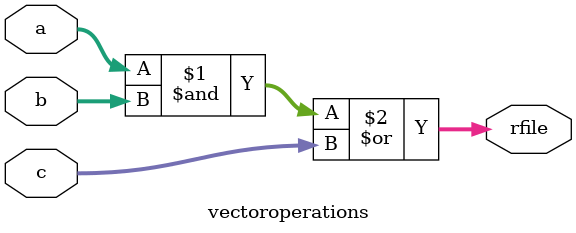
<source format=v>
module vectoroperations(a,b,c,rfile);
input [3:0] a,b,c;
output [3:0] rfile;
assign rfile =(a&b)|c;
endmodule

</source>
